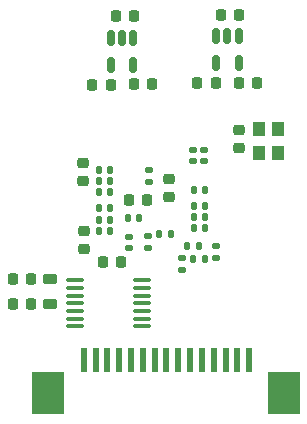
<source format=gbr>
%TF.GenerationSoftware,KiCad,Pcbnew,8.0.9*%
%TF.CreationDate,2025-03-13T22:53:30+08:00*%
%TF.ProjectId,Raspberry_pi_IMX662,52617370-6265-4727-9279-5f70695f494d,rev?*%
%TF.SameCoordinates,Original*%
%TF.FileFunction,Paste,Top*%
%TF.FilePolarity,Positive*%
%FSLAX46Y46*%
G04 Gerber Fmt 4.6, Leading zero omitted, Abs format (unit mm)*
G04 Created by KiCad (PCBNEW 8.0.9) date 2025-03-13 22:53:30*
%MOMM*%
%LPD*%
G01*
G04 APERTURE LIST*
G04 Aperture macros list*
%AMRoundRect*
0 Rectangle with rounded corners*
0 $1 Rounding radius*
0 $2 $3 $4 $5 $6 $7 $8 $9 X,Y pos of 4 corners*
0 Add a 4 corners polygon primitive as box body*
4,1,4,$2,$3,$4,$5,$6,$7,$8,$9,$2,$3,0*
0 Add four circle primitives for the rounded corners*
1,1,$1+$1,$2,$3*
1,1,$1+$1,$4,$5*
1,1,$1+$1,$6,$7*
1,1,$1+$1,$8,$9*
0 Add four rect primitives between the rounded corners*
20,1,$1+$1,$2,$3,$4,$5,0*
20,1,$1+$1,$4,$5,$6,$7,0*
20,1,$1+$1,$6,$7,$8,$9,0*
20,1,$1+$1,$8,$9,$2,$3,0*%
G04 Aperture macros list end*
%ADD10RoundRect,0.218750X-0.381250X0.218750X-0.381250X-0.218750X0.381250X-0.218750X0.381250X0.218750X0*%
%ADD11RoundRect,0.140000X-0.140000X-0.170000X0.140000X-0.170000X0.140000X0.170000X-0.140000X0.170000X0*%
%ADD12RoundRect,0.140000X0.170000X-0.140000X0.170000X0.140000X-0.170000X0.140000X-0.170000X-0.140000X0*%
%ADD13RoundRect,0.225000X-0.250000X0.225000X-0.250000X-0.225000X0.250000X-0.225000X0.250000X0.225000X0*%
%ADD14R,0.610000X2.000000*%
%ADD15R,2.680000X3.600000*%
%ADD16RoundRect,0.135000X-0.135000X-0.185000X0.135000X-0.185000X0.135000X0.185000X-0.135000X0.185000X0*%
%ADD17RoundRect,0.100000X0.637500X0.100000X-0.637500X0.100000X-0.637500X-0.100000X0.637500X-0.100000X0*%
%ADD18RoundRect,0.135000X0.135000X0.185000X-0.135000X0.185000X-0.135000X-0.185000X0.135000X-0.185000X0*%
%ADD19RoundRect,0.225000X-0.225000X-0.250000X0.225000X-0.250000X0.225000X0.250000X-0.225000X0.250000X0*%
%ADD20RoundRect,0.225000X0.225000X0.250000X-0.225000X0.250000X-0.225000X-0.250000X0.225000X-0.250000X0*%
%ADD21RoundRect,0.135000X0.185000X-0.135000X0.185000X0.135000X-0.185000X0.135000X-0.185000X-0.135000X0*%
%ADD22RoundRect,0.140000X-0.170000X0.140000X-0.170000X-0.140000X0.170000X-0.140000X0.170000X0.140000X0*%
%ADD23R,1.100000X1.300000*%
%ADD24RoundRect,0.225000X0.250000X-0.225000X0.250000X0.225000X-0.250000X0.225000X-0.250000X-0.225000X0*%
%ADD25RoundRect,0.150000X-0.150000X0.512500X-0.150000X-0.512500X0.150000X-0.512500X0.150000X0.512500X0*%
%ADD26RoundRect,0.140000X0.140000X0.170000X-0.140000X0.170000X-0.140000X-0.170000X0.140000X-0.170000X0*%
G04 APERTURE END LIST*
D10*
%TO.C,FB1*%
X128700000Y-107337500D03*
X128700000Y-109462500D03*
%TD*%
D11*
%TO.C,C17*%
X132870000Y-99100000D03*
X133830000Y-99100000D03*
%TD*%
%TO.C,C24*%
X132870000Y-100050000D03*
X133830000Y-100050000D03*
%TD*%
D12*
%TO.C,C16*%
X135400000Y-104780000D03*
X135400000Y-103820000D03*
%TD*%
D13*
%TO.C,C26*%
X144700000Y-94775000D03*
X144700000Y-96325000D03*
%TD*%
D14*
%TO.C,J2*%
X131600000Y-114200000D03*
X132600000Y-114200000D03*
X133600000Y-114200000D03*
X134600000Y-114200000D03*
X135600000Y-114200000D03*
X136600000Y-114200000D03*
X137600000Y-114200000D03*
X138600000Y-114200000D03*
X139600000Y-114200000D03*
X140600000Y-114200000D03*
X141600000Y-114200000D03*
X142600000Y-114200000D03*
X143600000Y-114200000D03*
X144600000Y-114200000D03*
X145600000Y-114200000D03*
D15*
X128610000Y-117000000D03*
X148590000Y-117000000D03*
%TD*%
D16*
%TO.C,R3*%
X140840000Y-105650000D03*
X141860000Y-105650000D03*
%TD*%
D17*
%TO.C,U3*%
X136562500Y-111400000D03*
X136562500Y-110750000D03*
X136562500Y-110100000D03*
X136562500Y-109450000D03*
X136562500Y-108800000D03*
X136562500Y-108150000D03*
X136562500Y-107500000D03*
X130837500Y-107500000D03*
X130837500Y-108150000D03*
X130837500Y-108800000D03*
X130837500Y-109450000D03*
X130837500Y-110100000D03*
X130837500Y-110750000D03*
X130837500Y-111400000D03*
%TD*%
D18*
%TO.C,R2*%
X138960000Y-103600000D03*
X137940000Y-103600000D03*
%TD*%
D11*
%TO.C,C11*%
X140900000Y-102150000D03*
X141860000Y-102150000D03*
%TD*%
D12*
%TO.C,C13*%
X142750000Y-105580000D03*
X142750000Y-104620000D03*
%TD*%
D19*
%TO.C,C30*%
X133225000Y-105950000D03*
X134775000Y-105950000D03*
%TD*%
D11*
%TO.C,C12*%
X140920000Y-99850000D03*
X141880000Y-99850000D03*
%TD*%
D20*
%TO.C,C3*%
X135875000Y-85150000D03*
X134325000Y-85150000D03*
%TD*%
%TO.C,C9*%
X127125000Y-109500000D03*
X125575000Y-109500000D03*
%TD*%
D21*
%TO.C,R1*%
X137000000Y-104760000D03*
X137000000Y-103740000D03*
%TD*%
D22*
%TO.C,C8*%
X141750000Y-96470000D03*
X141750000Y-97430000D03*
%TD*%
D19*
%TO.C,C2*%
X135825000Y-90900000D03*
X137375000Y-90900000D03*
%TD*%
D11*
%TO.C,C19*%
X132870000Y-101400000D03*
X133830000Y-101400000D03*
%TD*%
%TO.C,C21*%
X132850000Y-102350000D03*
X133810000Y-102350000D03*
%TD*%
D22*
%TO.C,C10*%
X140820000Y-96470000D03*
X140820000Y-97430000D03*
%TD*%
D20*
%TO.C,C4*%
X144725000Y-85050000D03*
X143175000Y-85050000D03*
%TD*%
D21*
%TO.C,R5*%
X139950000Y-106610000D03*
X139950000Y-105590000D03*
%TD*%
D19*
%TO.C,C6*%
X144725000Y-90800000D03*
X146275000Y-90800000D03*
%TD*%
D16*
%TO.C,R4*%
X140340000Y-104550000D03*
X141360000Y-104550000D03*
%TD*%
D20*
%TO.C,C5*%
X142775000Y-90800000D03*
X141225000Y-90800000D03*
%TD*%
%TO.C,C1*%
X133875000Y-90950000D03*
X132325000Y-90950000D03*
%TD*%
D23*
%TO.C,X1*%
X146425000Y-94650000D03*
X146425000Y-96750000D03*
X148075000Y-96750000D03*
X148075000Y-94650000D03*
%TD*%
D11*
%TO.C,C20*%
X132870000Y-103300000D03*
X133830000Y-103300000D03*
%TD*%
D20*
%TO.C,C7*%
X127125000Y-107350000D03*
X125575000Y-107350000D03*
%TD*%
D11*
%TO.C,C14*%
X140920000Y-101200000D03*
X141880000Y-101200000D03*
%TD*%
D24*
%TO.C,C15*%
X138850000Y-100425000D03*
X138850000Y-98875000D03*
%TD*%
D13*
%TO.C,C22*%
X131600000Y-103325000D03*
X131600000Y-104875000D03*
%TD*%
D12*
%TO.C,C29*%
X137150000Y-99130000D03*
X137150000Y-98170000D03*
%TD*%
D11*
%TO.C,C27*%
X140920000Y-103100000D03*
X141880000Y-103100000D03*
%TD*%
D25*
%TO.C,U2*%
X135800000Y-86950000D03*
X134850000Y-86950000D03*
X133900000Y-86950000D03*
X133900000Y-89225000D03*
X135800000Y-89225000D03*
%TD*%
D20*
%TO.C,C23*%
X136975000Y-100650000D03*
X135425000Y-100650000D03*
%TD*%
D25*
%TO.C,U4*%
X144700000Y-86825000D03*
X143750000Y-86825000D03*
X142800000Y-86825000D03*
X142800000Y-89100000D03*
X144700000Y-89100000D03*
%TD*%
D24*
%TO.C,C18*%
X131500000Y-99075000D03*
X131500000Y-97525000D03*
%TD*%
D26*
%TO.C,C28*%
X136280000Y-102200000D03*
X135320000Y-102200000D03*
%TD*%
D11*
%TO.C,C25*%
X132870000Y-98150000D03*
X133830000Y-98150000D03*
%TD*%
M02*

</source>
